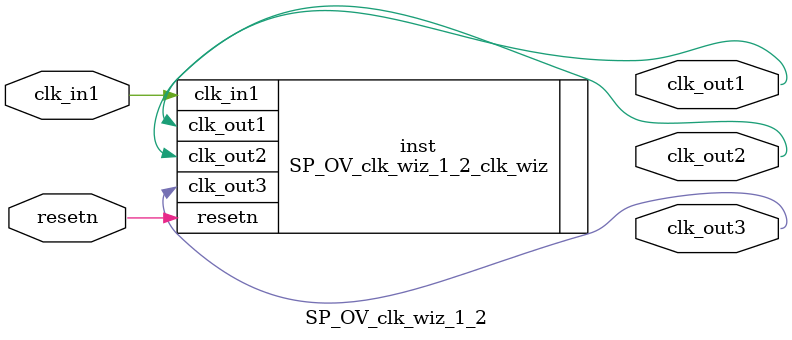
<source format=v>


`timescale 1ps/1ps

(* CORE_GENERATION_INFO = "SP_OV_clk_wiz_1_2,clk_wiz_v6_0_3_0_0,{component_name=SP_OV_clk_wiz_1_2,use_phase_alignment=true,use_min_o_jitter=true,use_max_i_jitter=false,use_dyn_phase_shift=false,use_inclk_switchover=false,use_dyn_reconfig=false,enable_axi=0,feedback_source=FDBK_AUTO,PRIMITIVE=MMCM,num_out_clk=3,clkin1_period=2.174,clkin2_period=10.0,use_power_down=false,use_reset=true,use_locked=false,use_inclk_stopped=false,feedback_type=SINGLE,CLOCK_MGR_TYPE=NA,manual_override=false}" *)

module SP_OV_clk_wiz_1_2 
 (
  // Clock out ports
  output        clk_out1,
  output        clk_out2,
  output        clk_out3,
  // Status and control signals
  input         resetn,
 // Clock in ports
  input         clk_in1
 );

  SP_OV_clk_wiz_1_2_clk_wiz inst
  (
  // Clock out ports  
  .clk_out1(clk_out1),
  .clk_out2(clk_out2),
  .clk_out3(clk_out3),
  // Status and control signals               
  .resetn(resetn), 
 // Clock in ports
  .clk_in1(clk_in1)
  );

endmodule

</source>
